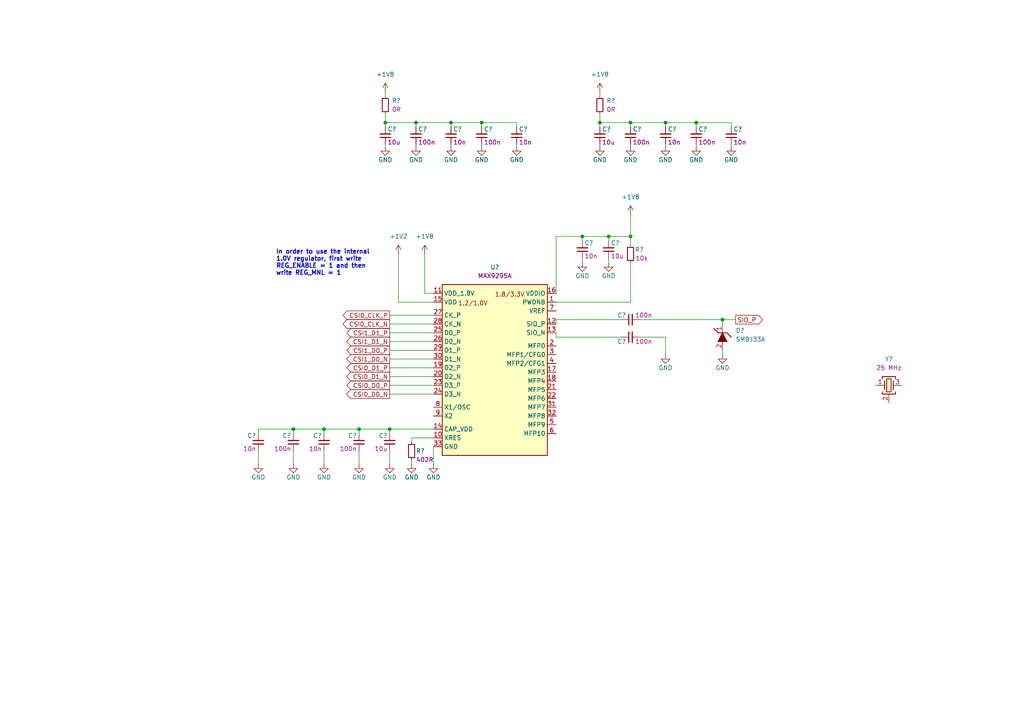
<source format=kicad_sch>
(kicad_sch (version 20211123) (generator eeschema)
  (paper "A4")
  (title_block (title "GSML Serializer ") (date "2023-11-28") (rev "1.0.0") (company "Antmicro Ltd") (comment 1 "www.antmicro.com"))
  (lib_symbols
    (symbol "antmicroCapacitors0402:C_100n_0402" (pin_numbers hide) (pin_names hide)
      (property "Reference" "C" (at 20.32 -5.08 0))
      (property "Val" "100n" (at 20.32 -7.62 0))
      (symbol "C_100n_0402_0_1"
        (polyline (pts (xy 2.032 -1.524) (xy 2.032 1.524)) (stroke (width 0.3048)))
        (polyline (pts (xy 3.048 -1.524) (xy 3.048 1.524)) (stroke (width 0.3302)))
      )
      (symbol "C_100n_0402_1_1"
        (pin passive line (at 0 0 0) (length 2.032) (name "~") (number "1"))
        (pin passive line (at 5.08 0 180) (length 2.032) (name "~") (number "2"))
      )
    )
    (symbol "antmicroCapacitors0402:C_10n_0402" (pin_numbers hide) (pin_names hide)
      (property "Reference" "C" (at 20.32 -5.08 0))
      (property "Val" "10n" (at 20.32 -7.62 0))
      (symbol "C_10n_0402_0_1"
        (polyline (pts (xy 2.032 -1.524) (xy 2.032 1.524)) (stroke (width 0.3048)))
        (polyline (pts (xy 3.048 -1.524) (xy 3.048 1.524)) (stroke (width 0.3302)))
      )
      (symbol "C_10n_0402_1_1"
        (pin passive line (at 0 0 0) (length 2.032) (name "~") (number "1"))
        (pin passive line (at 5.08 0 180) (length 2.032) (name "~") (number "2"))
      )
    )
    (symbol "antmicroCapacitors0402:C_10u_0402" (pin_numbers hide) (pin_names hide)
      (property "Reference" "C" (at 20.32 -5.08 0))
      (property "Val" "10u" (at 20.32 -7.62 0))
      (symbol "C_10u_0402_0_1"
        (polyline (pts (xy 2.032 -1.524) (xy 2.032 1.524)) (stroke (width 0.3048)))
        (polyline (pts (xy 3.048 -1.524) (xy 3.048 1.524)) (stroke (width 0.3302)))
      )
      (symbol "C_10u_0402_1_1"
        (pin passive line (at 0 0 0) (length 2.032) (name "~") (number "1"))
        (pin passive line (at 5.08 0 180) (length 2.032) (name "~") (number "2"))
      )
    )
    (symbol "antmicroInterfaceControllers:MAX9295A"
      (property "Reference" "U" (at 50.8 -2.54 0))
      (property "MPN" "MAX9295A" (at 50.8 -5.08 0))
      (symbol "MAX9295A_1_1"
        (rectangle (start 2.54 2.54) (end 33.02 -46.99) (stroke (width 0.254)) (fill (type background)))
        (text "1.2/1.0V" (at 7.112 -3.556 0) (effects (font (size 1.27 1.27)) (justify left bottom)))
        (text "1.8/3.3V" (at 17.78 -1.016 0) (effects (font (size 1.27 1.27)) (justify left bottom)))
        (pin passive line (at 35.56 -2.54 180) (length 2.54) (name "PWDNB") (number "1"))
        (pin input line (at 0 -41.91 0) (length 2.54) (name "XRES") (number "10"))
        (pin power_in line (at 0 0 0) (length 2.54) (name "VDD_1.8V") (number "11"))
        (pin bidirectional line (at 35.56 -8.89 180) (length 2.54) (name "SIO_P") (number "12"))
        (pin bidirectional line (at 35.56 -11.43 180) (length 2.54) (name "SIO_N") (number "13"))
        (pin passive line (at 0 -39.37 0) (length 2.54) (name "CAP_VDD") (number "14"))
        (pin power_in line (at 0 -2.54 0) (length 2.54) (name "VDD") (number "15"))
        (pin power_in line (at 35.56 0 180) (length 2.54) (name "VDDIO") (number "16"))
        (pin bidirectional line (at 35.56 -22.86 180) (length 2.54) (name "MFP3") (number "17"))
        (pin bidirectional line (at 35.56 -25.4 180) (length 2.54) (name "MFP4") (number "18"))
        (pin input line (at 0 -21.59 0) (length 2.54) (name "D2_P") (number "19"))
        (pin bidirectional line (at 35.56 -15.24 180) (length 2.54) (name "MFP0") (number "2"))
        (pin input line (at 0 -24.13 0) (length 2.54) (name "D2_N") (number "20"))
        (pin bidirectional line (at 35.56 -27.94 180) (length 2.54) (name "MFP5") (number "21"))
        (pin bidirectional line (at 35.56 -30.48 180) (length 2.54) (name "MFP6") (number "22"))
        (pin input line (at 0 -26.67 0) (length 2.54) (name "D3_P") (number "23"))
        (pin input line (at 0 -29.21 0) (length 2.54) (name "D3_N") (number "24"))
        (pin input line (at 0 -11.43 0) (length 2.54) (name "D0_P") (number "25"))
        (pin input line (at 0 -13.97 0) (length 2.54) (name "D0_N") (number "26"))
        (pin input line (at 0 -6.35 0) (length 2.54) (name "CK_P") (number "27"))
        (pin input line (at 0 -8.89 0) (length 2.54) (name "CK_N") (number "28"))
        (pin input line (at 0 -16.51 0) (length 2.54) (name "D1_P") (number "29"))
        (pin bidirectional line (at 35.56 -17.78 180) (length 2.54) (name "MFP1/CFG0") (number "3"))
        (pin input line (at 0 -19.05 0) (length 2.54) (name "D1_N") (number "30"))
        (pin bidirectional line (at 35.56 -33.02 180) (length 2.54) (name "MFP7") (number "31"))
        (pin bidirectional line (at 35.56 -35.56 180) (length 2.54) (name "MFP8") (number "32"))
        (pin passive line (at 0 -44.45 0) (length 2.54) (name "GND") (number "33"))
        (pin bidirectional line (at 35.56 -20.32 180) (length 2.54) (name "MFP2/CFG1") (number "4"))
        (pin bidirectional line (at 35.56 -38.1 180) (length 2.54) (name "MFP9") (number "5"))
        (pin bidirectional line (at 35.56 -40.64 180) (length 2.54) (name "MFP10") (number "6"))
        (pin passive line (at 35.56 -5.08 180) (length 2.54) (name "VREF") (number "7"))
        (pin input line (at 0 -33.02 0) (length 2.54) (name "X1/OSC") (number "8"))
        (pin input line (at 0 -35.56 0) (length 2.54) (name "X2") (number "9"))
      )
    )
    (symbol "antmicroResistors0402:R_0R_0402" (pin_numbers hide) (pin_names hide)
      (property "Reference" "R" (at 20.32 -5.08 0))
      (property "Val" "0R" (at 20.32 -7.62 0))
      (symbol "R_0R_0402_0_1"
        (rectangle (start 0.635 0.889) (end 4.445 -0.889) (stroke (width 0.254)))
      )
      (symbol "R_0R_0402_1_1"
        (pin passive line (at 0 0 0) (length 0.635) (name "~") (number "1"))
        (pin passive line (at 5.08 0 180) (length 0.635) (name "~") (number "2"))
      )
    )
    (symbol "antmicroResistors0402:R_10k_0402" (pin_numbers hide) (pin_names hide)
      (property "Reference" "R" (at 20.32 -5.08 0))
      (property "Val" "10k" (at 20.32 -7.62 0))
      (symbol "R_10k_0402_0_1"
        (rectangle (start 0.635 0.889) (end 4.445 -0.889) (stroke (width 0.254)))
      )
      (symbol "R_10k_0402_1_1"
        (pin passive line (at 0 0 0) (length 0.635) (name "~") (number "1"))
        (pin passive line (at 5.08 0 180) (length 0.635) (name "~") (number "2"))
      )
    )
    (symbol "antmicroResistors0402:R_402R_0402" (pin_numbers hide) (pin_names hide)
      (property "Reference" "R" (at 20.32 -5.08 0))
      (property "Val" "402R" (at 20.32 -7.62 0))
      (symbol "R_402R_0402_0_1"
        (rectangle (start 0.635 0.889) (end 4.445 -0.889) (stroke (width 0.254)))
      )
      (symbol "R_402R_0402_1_1"
        (pin passive line (at 0 0 0) (length 0.635) (name "~") (number "1"))
        (pin passive line (at 5.08 0 180) (length 0.635) (name "~") (number "2"))
      )
    )
    (symbol "antmicroResonators:Resonator_25MHz_ABM8G" (pin_names hide)
      (property "Reference" "Y" (at 15.24 -5.08 0))
      (property "Val" "25 MHz" (at 15.24 -10.16 0))
      (symbol "Resonator_25MHz_ABM8G_1_1"
        (polyline (pts (xy 2.54 1.27) (xy 2.54 -1.27)) (stroke (width 0.254)) (fill (type background)))
        (polyline (pts (xy 5.08 1.27) (xy 5.08 -1.27)) (stroke (width 0.254)) (fill (type background)))
        (polyline (pts (xy 1.905 -1.905) (xy 1.905 -2.54) (xy 5.715 -2.54) (xy 5.715 -1.905)) (stroke (width 0.254)))
        (polyline (pts (xy 1.905 1.905) (xy 1.905 2.54) (xy 5.715 2.54) (xy 5.715 1.905)) (stroke (width 0.254)))
        (rectangle (start 3.175 1.905) (end 4.445 -1.905) (stroke (width 0.254)) (fill (type background)))
        (pin passive line (at 0 0 0) (length 2.54) (name "~") (number "1"))
        (pin passive line (at 3.81 -5.08 90) (length 2.54) (name "SH") (number "2"))
        (pin passive line (at 7.62 0 180) (length 2.54) (name "~") (number "3"))
        (pin passive line (at 3.81 -5.08 90) (length 2.54) hide (name "SH") (number "4"))
      )
    )
    (symbol "antmicroTVSDiodes:SMBJ33A" (pin_names hide)
      (property "Reference" "D" (at 21.59 -2.54 0))
      (property "Value" "SMBJ33A" (at 21.59 -5.08 0))
      (symbol "SMBJ33A_1_1"
        (polyline (pts (xy 2.54 1.27) (xy 2.54 -1.27) (xy 5.08 0) (xy 2.54 1.27)) (stroke (width 0.254)) (fill (type outline)))
        (polyline (pts (xy 6.35 2.54) (xy 5.08 1.27) (xy 5.08 -1.27) (xy 3.81 -2.54)) (stroke (width 0.254)))
        (pin bidirectional line (at 7.62 0 180) (length 2.54) (name "1") (number "1"))
        (pin bidirectional line (at 0 0 0) (length 2.54) (name "2") (number "2"))
      )
    )
    (symbol "antmicropower:+1V2" (power) (pin_names (offset 0))
      (property "Value" "+1V2" (at 0 3.556 0))
      (symbol "+1V2_0_1"
        (polyline (pts (xy -0.762 1.27) (xy 0 2.54)))
        (polyline (pts (xy 0 0) (xy 0 2.54)))
        (polyline (pts (xy 0 2.54) (xy 0.762 1.27)))
      )
      (symbol "+1V2_1_1"
        (pin power_in line (at 0 0 90) (length 0) hide (name "+1V2") (number "1"))
      )
    )
    (symbol "antmicropower:+1V8" (power) (pin_numbers hide) (pin_names hide)
      (property "Value" "+1V8" (at 15.24 -5.08 0))
      (symbol "+1V8_1_1"
        (polyline (pts (xy -0.762 1.27) (xy 0 2.54)) (fill (type background)))
        (polyline (pts (xy 0 0) (xy 0 2.54)) (fill (type background)))
        (polyline (pts (xy 0 2.54) (xy 0.762 1.27)) (fill (type background)))
        (pin power_in line (at 0 0 90) (length 0) (name "+1V8") (number "1"))
      )
    )
    (symbol "antmicropower:GND" (power) (pin_numbers hide) (pin_names hide)
      (property "Value" "GND" (at 8.89 -5.08 0))
      (symbol "GND_1_1"
        (polyline (pts (xy 0 0) (xy 0 -1.27) (xy 1.27 -1.27) (xy 0 -2.54) (xy -1.27 -1.27) (xy 0 -1.27)))
        (pin power_in line (at 0 0 270) (length 0) (name "GND") (number "1"))
      )
    )
  )
  (junction (at 201.93 35.56))
  (junction (at 93.98 124.46))
  (junction (at 182.88 68.58))
  (junction (at 104.14 124.46))
  (junction (at 113.03 124.46))
  (junction (at 120.65 35.56))
  (junction (at 193.04 35.56))
  (junction (at 209.55 92.71))
  (junction (at 168.91 68.58))
  (junction (at 85.09 124.46))
  (junction (at 139.7 35.56))
  (junction (at 176.53 68.58))
  (junction (at 111.76 35.56))
  (junction (at 173.99 35.56))
  (junction (at 130.81 35.56))
  (junction (at 182.88 35.56))
  (wire (pts (xy 193.04 97.79) (xy 193.04 102.87)))
  (wire (pts (xy 130.81 35.56) (xy 139.7 35.56)))
  (wire (pts (xy 85.09 124.46) (xy 74.93 124.46)))
  (wire (pts (xy 113.03 134.62) (xy 113.03 130.81)))
  (wire (pts (xy 182.88 36.83) (xy 182.88 35.56)))
  (wire (pts (xy 125.73 109.22) (xy 113.03 109.22)))
  (wire (pts (xy 209.55 101.6) (xy 209.55 102.87)))
  (wire (pts (xy 185.42 92.71) (xy 209.55 92.71)))
  (wire (pts (xy 168.91 68.58) (xy 176.53 68.58)))
  (wire (pts (xy 201.93 42.545) (xy 201.93 41.91)))
  (wire (pts (xy 123.19 85.09) (xy 125.73 85.09)))
  (wire (pts (xy 125.73 134.62) (xy 125.73 129.54)))
  (wire (pts (xy 130.81 36.83) (xy 130.81 35.56)))
  (wire (pts (xy 113.03 124.46) (xy 125.73 124.46)))
  (wire (pts (xy 85.09 134.62) (xy 85.09 130.81)))
  (wire (pts (xy 125.73 93.98) (xy 113.03 93.98)))
  (wire (pts (xy 111.76 42.545) (xy 111.76 41.91)))
  (wire (pts (xy 125.73 96.52) (xy 113.03 96.52)))
  (wire (pts (xy 139.7 42.545) (xy 139.7 41.91)))
  (wire (pts (xy 209.55 92.71) (xy 213.36 92.71)))
  (wire (pts (xy 115.57 87.63) (xy 125.73 87.63)))
  (wire (pts (xy 125.73 99.06) (xy 113.03 99.06)))
  (wire (pts (xy 212.09 36.83) (xy 212.09 35.56)))
  (wire (pts (xy 149.86 42.545) (xy 149.86 41.91)))
  (wire (pts (xy 168.91 74.93) (xy 168.91 76.2)))
  (wire (pts (xy 119.38 127) (xy 125.73 127)))
  (wire (pts (xy 209.55 93.98) (xy 209.55 92.71)))
  (wire (pts (xy 74.93 125.73) (xy 74.93 124.46)))
  (wire (pts (xy 176.53 74.93) (xy 176.53 76.2)))
  (wire (pts (xy 119.38 133.35) (xy 119.38 134.62)))
  (wire (pts (xy 176.53 69.85) (xy 176.53 68.58)))
  (wire (pts (xy 104.14 124.46) (xy 93.98 124.46)))
  (wire (pts (xy 161.29 68.58) (xy 161.29 85.09)))
  (wire (pts (xy 125.73 91.44) (xy 113.03 91.44)))
  (wire (pts (xy 125.73 104.14) (xy 113.03 104.14)))
  (wire (pts (xy 104.14 125.73) (xy 104.14 124.46)))
  (wire (pts (xy 161.29 92.71) (xy 180.34 92.71)))
  (wire (pts (xy 185.42 97.79) (xy 193.04 97.79)))
  (wire (pts (xy 173.99 42.545) (xy 173.99 41.91)))
  (wire (pts (xy 161.29 97.79) (xy 161.29 96.52)))
  (wire (pts (xy 201.93 36.83) (xy 201.93 35.56)))
  (wire (pts (xy 182.88 76.2) (xy 182.88 87.63)))
  (wire (pts (xy 161.29 92.71) (xy 161.29 93.98)))
  (wire (pts (xy 161.29 68.58) (xy 168.91 68.58)))
  (wire (pts (xy 119.38 128.27) (xy 119.38 127)))
  (wire (pts (xy 125.73 101.6) (xy 113.03 101.6)))
  (wire (pts (xy 139.7 35.56) (xy 149.86 35.56)))
  (wire (pts (xy 111.76 35.56) (xy 111.76 36.83)))
  (wire (pts (xy 193.04 36.83) (xy 193.04 35.56)))
  (wire (pts (xy 104.14 134.62) (xy 104.14 130.81)))
  (wire (pts (xy 93.98 124.46) (xy 85.09 124.46)))
  (wire (pts (xy 149.86 36.83) (xy 149.86 35.56)))
  (wire (pts (xy 74.93 134.62) (xy 74.93 130.81)))
  (wire (pts (xy 111.76 35.56) (xy 120.65 35.56)))
  (wire (pts (xy 176.53 68.58) (xy 182.88 68.58)))
  (wire (pts (xy 111.76 33.02) (xy 111.76 35.56)))
  (wire (pts (xy 120.65 42.545) (xy 120.65 41.91)))
  (wire (pts (xy 212.09 42.545) (xy 212.09 41.91)))
  (wire (pts (xy 182.88 35.56) (xy 193.04 35.56)))
  (wire (pts (xy 125.73 106.68) (xy 113.03 106.68)))
  (wire (pts (xy 182.88 42.545) (xy 182.88 41.91)))
  (wire (pts (xy 113.03 125.73) (xy 113.03 124.46)))
  (wire (pts (xy 173.99 35.56) (xy 173.99 36.83)))
  (wire (pts (xy 139.7 36.83) (xy 139.7 35.56)))
  (wire (pts (xy 161.29 87.63) (xy 182.88 87.63)))
  (wire (pts (xy 130.81 42.545) (xy 130.81 41.91)))
  (wire (pts (xy 125.73 111.76) (xy 113.03 111.76)))
  (wire (pts (xy 173.99 26.67) (xy 173.99 27.94)))
  (wire (pts (xy 123.19 73.66) (xy 123.19 85.09)))
  (wire (pts (xy 85.09 125.73) (xy 85.09 124.46)))
  (wire (pts (xy 93.98 125.73) (xy 93.98 124.46)))
  (wire (pts (xy 93.98 134.62) (xy 93.98 130.81)))
  (wire (pts (xy 173.99 35.56) (xy 182.88 35.56)))
  (wire (pts (xy 173.99 33.02) (xy 173.99 35.56)))
  (wire (pts (xy 193.04 35.56) (xy 201.93 35.56)))
  (wire (pts (xy 201.93 35.56) (xy 212.09 35.56)))
  (wire (pts (xy 113.03 124.46) (xy 104.14 124.46)))
  (wire (pts (xy 180.34 97.79) (xy 161.29 97.79)))
  (wire (pts (xy 115.57 73.66) (xy 115.57 87.63)))
  (wire (pts (xy 111.76 26.67) (xy 111.76 27.94)))
  (wire (pts (xy 125.73 114.3) (xy 113.03 114.3)))
  (wire (pts (xy 182.88 68.58) (xy 182.88 62.23)))
  (wire (pts (xy 120.65 35.56) (xy 130.81 35.56)))
  (wire (pts (xy 168.91 69.85) (xy 168.91 68.58)))
  (wire (pts (xy 120.65 36.83) (xy 120.65 35.56)))
  (wire (pts (xy 193.04 42.545) (xy 193.04 41.91)))
  (wire (pts (xy 182.88 68.58) (xy 182.88 71.12)))
  (text "In order to use the internal\n1.0V regulator, first write \nREG_ENABLE = 1 and then \nwrite REG_MNL = 1" (at 80.01 80.01 0) (effects (font (size 1.27 1.27) bold) (justify left bottom)))
  (global_label "SIO_P" (shape output) (at 213.36 92.71 0) (property "Intersheet References" "${INTERSHEET_REFS}" (effects hide)))
  (global_label "CSI0_D0_P" (shape output) (at 113.03 111.76 180) (property "Intersheet References" "${INTERSHEET_REFS}" (effects hide)))
  (global_label "CSI0_D1_P" (shape output) (at 113.03 106.68 180) (property "Intersheet References" "${INTERSHEET_REFS}" (effects hide)))
  (global_label "CSI0_CLK_N" (shape output) (at 113.03 93.98 180) (property "Intersheet References" "${INTERSHEET_REFS}" (effects hide)))
  (global_label "CSI0_D1_N" (shape output) (at 113.03 109.22 180) (property "Intersheet References" "${INTERSHEET_REFS}" (effects hide)))
  (global_label "CSI0_D0_N" (shape output) (at 113.03 114.3 180) (property "Intersheet References" "${INTERSHEET_REFS}" (effects hide)))
  (global_label "CSI1_D1_P" (shape output) (at 113.03 96.52 180) (property "Intersheet References" "${INTERSHEET_REFS}" (effects hide)))
  (global_label "CSI1_D0_N" (shape output) (at 113.03 104.14 180) (property "Intersheet References" "${INTERSHEET_REFS}" (effects hide)))
  (global_label "CSI1_D1_N" (shape output) (at 113.03 99.06 180) (property "Intersheet References" "${INTERSHEET_REFS}" (effects hide)))
  (global_label "CSI1_D0_P" (shape output) (at 113.03 101.6 180) (property "Intersheet References" "${INTERSHEET_REFS}" (effects hide)))
  (global_label "CSI0_CLK_P" (shape output) (at 113.03 91.44 180) (property "Intersheet References" "${INTERSHEET_REFS}" (effects hide)))
  (symbol (lib_id "antmicroCapacitors0402:C_100n_0402") (at 85.09 130.81 270) (mirror x) (unit 1)
    (property "Reference" "C?" (at 84.455 126.365 90) (effects (justify right)))
    (property "Value" "C_100n_0402" (effects hide))
    (property "Footprint" "antmicro-footprints:C_0402_1005Metric" (effects hide))
    (property "Datasheet" "https://www.murata.com/products/productdetail?partno=GRM155R61H104KE14%23" (effects hide))
    (property "MPN" "GRM155R61H104KE14D" (effects hide))
    (property "Manufacturer" "Murata" (effects hide))
    (property "License" "Apache-2.0" (effects hide))
    (property "Author" "Antmicro" (effects hide))
    (property "Val" "100n" (at 84.455 130.175 90) (effects (justify right)))
    (property "Voltage" "50V" (effects hide))
    (property "Dielectric" "X5R" (effects hide))
  )
  (symbol (lib_id "antmicroCapacitors0402:C_10u_0402") (at 111.76 41.91 90) (unit 1)
    (property "Reference" "C?" (at 112.395 37.465 90) (effects (justify right)))
    (property "Value" "C_10u_0402" (effects hide))
    (property "Footprint" "antmicro-footprints:C_0402_1005Metric" (effects hide))
    (property "Datasheet" "https://www.yageo.com/en/Chart/Download/pdf/CC0402MRX5R5BB106" (effects hide))
    (property "MPN" "CC0402MRX5R5BB106" (effects hide))
    (property "Manufacturer" "YAGEO" (effects hide))
    (property "License" "Apache-2.0" (effects hide))
    (property "Author" "Antmicro" (effects hide))
    (property "Val" "10u" (at 112.395 41.275 90) (effects (justify right)))
  )
  (symbol (lib_id "antmicroResonators:Resonator_25MHz_ABM8G") (at 254 111.76 0) (unit 1)
    (property "Reference" "Y?" (at 257.81 104.14 0))
    (property "Value" "Resonator_25MHz_ABM8G" (effects hide))
    (property "Footprint" "antmicro-footprints:Oscillator_SMD_Geyer_KX-7-4Pin_3.2x2.5mm" (effects hide))
    (property "Datasheet" "https://abracon.com/Resonators/ABM8G.pdf" (effects hide))
    (property "MPN" "ABM8G-25.000MHZ-18-D2Y-T3" (effects hide))
    (property "Manufacturer" "Abracon" (effects hide))
    (property "Author" "Antmicro" (effects hide))
    (property "License" "Apache-2.0" (effects hide))
    (property "Val" "25 MHz" (at 257.81 106.68 0))
  )
  (symbol (lib_id "antmicroCapacitors0402:C_100n_0402") (at 180.34 92.71 0) (unit 1)
    (property "Reference" "C?" (at 180.34 91.44 0))
    (property "Value" "C_100n_0402" (effects hide))
    (property "Footprint" "antmicro-footprints:C_0402_1005Metric" (effects hide))
    (property "Datasheet" "https://www.murata.com/products/productdetail?partno=GRM155R61H104KE14%23" (effects hide))
    (property "MPN" "GRM155R61H104KE14D" (effects hide))
    (property "Manufacturer" "Murata" (effects hide))
    (property "License" "Apache-2.0" (effects hide))
    (property "Author" "Antmicro" (effects hide))
    (property "Val" "100n" (at 186.69 91.44 0))
    (property "Voltage" "50V" (effects hide))
    (property "Dielectric" "X5R" (effects hide))
  )
  (symbol (lib_id "antmicropower:+1V8") (at 111.76 26.67 0) (unit 1)
    (property "Reference" "#PWR?" (effects hide))
    (property "Value" "+1V8" (at 111.76 21.59 0))
    (property "Author" "Antmicro" (effects hide))
    (property "License" "Apache-2.0" (effects hide))
  )
  (symbol (lib_id "antmicropower:GND") (at 93.98 134.62 0) (mirror y) (unit 1)
    (property "Reference" "#PWR?" (effects hide))
    (property "Value" "GND" (at 93.98 138.43 0))
    (property "Author" "Antmicro" (effects hide))
    (property "License" "Apache-2.0" (effects hide))
  )
  (symbol (lib_id "antmicropower:GND") (at 111.76 42.545 0) (unit 1)
    (property "Reference" "#PWR?" (effects hide))
    (property "Value" "GND" (at 111.76 46.355 0))
    (property "Author" "Antmicro" (effects hide))
    (property "License" "Apache-2.0" (effects hide))
  )
  (symbol (lib_id "antmicroInterfaceControllers:MAX9295A") (at 125.73 85.09 0) (unit 1)
    (property "Reference" "U?" (at 143.51 77.47 0))
    (property "Value" "MAX9295A" (effects hide))
    (property "Footprint" "antmicro-footprints:QFN-32-1EP_5x5mm" (effects hide))
    (property "Datasheet" "https://www.analog.com/en/product-category/gigabit-multimedia-serial-link.html" (effects hide))
    (property "MPN" "MAX9295A" (at 143.51 80.01 0))
    (property "Manufacturer" "Maxim Integrated Products" (effects hide))
    (property "Author" "Antmicro" (effects hide))
    (property "License" "Apache-2.0" (effects hide))
  )
  (symbol (lib_id "antmicropower:GND") (at 113.03 134.62 0) (mirror y) (unit 1)
    (property "Reference" "#PWR?" (effects hide))
    (property "Value" "GND" (at 113.03 138.43 0))
    (property "Author" "Antmicro" (effects hide))
    (property "License" "Apache-2.0" (effects hide))
  )
  (symbol (lib_id "antmicroCapacitors0402:C_10n_0402") (at 212.09 41.91 90) (unit 1)
    (property "Reference" "C?" (at 212.725 37.465 90) (effects (justify right)))
    (property "Value" "C_10n_0402" (effects hide))
    (property "Footprint" "antmicro-footprints:C_0402_1005Metric" (effects hide))
    (property "Datasheet" "https://www.murata.com/products/productdetail?partno=GRM155R71H103KA88%23" (effects hide))
    (property "MPN" "GRM155R71H103KA88D" (effects hide))
    (property "Manufacturer" "Murata" (effects hide))
    (property "License" "Apache-2.0" (effects hide))
    (property "Author" "Antmicro" (effects hide))
    (property "Val" "10n" (at 212.725 41.275 90) (effects (justify right)))
    (property "Voltage" "50V" (effects hide))
    (property "Dielectric" "X7R" (effects hide))
  )
  (symbol (lib_id "antmicropower:GND") (at 193.04 102.87 0) (mirror y) (unit 1)
    (property "Reference" "#PWR?" (effects hide))
    (property "Value" "GND" (at 193.04 106.68 0))
    (property "Author" "Antmicro" (effects hide))
    (property "License" "Apache-2.0" (effects hide))
  )
  (symbol (lib_id "antmicroCapacitors0402:C_10u_0402") (at 173.99 41.91 90) (unit 1)
    (property "Reference" "C?" (at 174.625 37.465 90) (effects (justify right)))
    (property "Value" "C_10u_0402" (effects hide))
    (property "Footprint" "antmicro-footprints:C_0402_1005Metric" (effects hide))
    (property "Datasheet" "https://www.yageo.com/en/Chart/Download/pdf/CC0402MRX5R5BB106" (effects hide))
    (property "MPN" "CC0402MRX5R5BB106" (effects hide))
    (property "Manufacturer" "YAGEO" (effects hide))
    (property "License" "Apache-2.0" (effects hide))
    (property "Author" "Antmicro" (effects hide))
    (property "Val" "10u" (at 174.625 41.275 90) (effects (justify right)))
  )
  (symbol (lib_id "antmicropower:GND") (at 125.73 134.62 0) (mirror y) (unit 1)
    (property "Reference" "#PWR?" (effects hide))
    (property "Value" "GND" (at 125.73 138.43 0))
    (property "Author" "Antmicro" (effects hide))
    (property "License" "Apache-2.0" (effects hide))
  )
  (symbol (lib_id "antmicroCapacitors0402:C_10n_0402") (at 74.93 130.81 270) (mirror x) (unit 1)
    (property "Reference" "C?" (at 74.295 126.365 90) (effects (justify right)))
    (property "Value" "C_10n_0402" (effects hide))
    (property "Footprint" "antmicro-footprints:C_0402_1005Metric" (effects hide))
    (property "Datasheet" "https://www.murata.com/products/productdetail?partno=GRM155R71H103KA88%23" (effects hide))
    (property "MPN" "GRM155R71H103KA88D" (effects hide))
    (property "Manufacturer" "Murata" (effects hide))
    (property "License" "Apache-2.0" (effects hide))
    (property "Author" "Antmicro" (effects hide))
    (property "Val" "10n" (at 74.295 130.175 90) (effects (justify right)))
    (property "Voltage" "50V" (effects hide))
    (property "Dielectric" "X7R" (effects hide))
  )
  (symbol (lib_id "antmicropower:GND") (at 139.7 42.545 0) (unit 1)
    (property "Reference" "#PWR?" (effects hide))
    (property "Value" "GND" (at 139.7 46.355 0))
    (property "Author" "Antmicro" (effects hide))
    (property "License" "Apache-2.0" (effects hide))
  )
  (symbol (lib_id "antmicroCapacitors0402:C_10n_0402") (at 168.91 74.93 90) (unit 1)
    (property "Reference" "C?" (at 169.545 70.485 90) (effects (justify right)))
    (property "Value" "C_10n_0402" (effects hide))
    (property "Footprint" "antmicro-footprints:C_0402_1005Metric" (effects hide))
    (property "Datasheet" "https://www.murata.com/products/productdetail?partno=GRM155R71H103KA88%23" (effects hide))
    (property "MPN" "GRM155R71H103KA88D" (effects hide))
    (property "Manufacturer" "Murata" (effects hide))
    (property "License" "Apache-2.0" (effects hide))
    (property "Author" "Antmicro" (effects hide))
    (property "Val" "10n" (at 169.545 74.295 90) (effects (justify right)))
    (property "Voltage" "50V" (effects hide))
    (property "Dielectric" "X7R" (effects hide))
  )
  (symbol (lib_id "antmicroCapacitors0402:C_100n_0402") (at 120.65 41.91 90) (unit 1)
    (property "Reference" "C?" (at 121.285 37.465 90) (effects (justify right)))
    (property "Value" "C_100n_0402" (effects hide))
    (property "Footprint" "antmicro-footprints:C_0402_1005Metric" (effects hide))
    (property "Datasheet" "https://www.murata.com/products/productdetail?partno=GRM155R61H104KE14%23" (effects hide))
    (property "MPN" "GRM155R61H104KE14D" (effects hide))
    (property "Manufacturer" "Murata" (effects hide))
    (property "License" "Apache-2.0" (effects hide))
    (property "Author" "Antmicro" (effects hide))
    (property "Val" "100n" (at 121.285 41.275 90) (effects (justify right)))
    (property "Voltage" "50V" (effects hide))
    (property "Dielectric" "X5R" (effects hide))
  )
  (symbol (lib_id "antmicropower:GND") (at 120.65 42.545 0) (unit 1)
    (property "Reference" "#PWR?" (effects hide))
    (property "Value" "GND" (at 120.65 46.355 0))
    (property "Author" "Antmicro" (effects hide))
    (property "License" "Apache-2.0" (effects hide))
  )
  (symbol (lib_id "antmicropower:GND") (at 182.88 42.545 0) (unit 1)
    (property "Reference" "#PWR?" (effects hide))
    (property "Value" "GND" (at 182.88 46.355 0))
    (property "Author" "Antmicro" (effects hide))
    (property "License" "Apache-2.0" (effects hide))
  )
  (symbol (lib_id "antmicroCapacitors0402:C_10n_0402") (at 130.81 41.91 90) (unit 1)
    (property "Reference" "C?" (at 131.445 37.465 90) (effects (justify right)))
    (property "Value" "C_10n_0402" (effects hide))
    (property "Footprint" "antmicro-footprints:C_0402_1005Metric" (effects hide))
    (property "Datasheet" "https://www.murata.com/products/productdetail?partno=GRM155R71H103KA88%23" (effects hide))
    (property "MPN" "GRM155R71H103KA88D" (effects hide))
    (property "Manufacturer" "Murata" (effects hide))
    (property "License" "Apache-2.0" (effects hide))
    (property "Author" "Antmicro" (effects hide))
    (property "Val" "10n" (at 131.445 41.275 90) (effects (justify right)))
    (property "Voltage" "50V" (effects hide))
    (property "Dielectric" "X7R" (effects hide))
  )
  (symbol (lib_id "antmicroCapacitors0402:C_100n_0402") (at 104.14 130.81 270) (mirror x) (unit 1)
    (property "Reference" "C?" (at 103.505 126.365 90) (effects (justify right)))
    (property "Value" "C_100n_0402" (effects hide))
    (property "Footprint" "antmicro-footprints:C_0402_1005Metric" (effects hide))
    (property "Datasheet" "https://www.murata.com/products/productdetail?partno=GRM155R61H104KE14%23" (effects hide))
    (property "MPN" "GRM155R61H104KE14D" (effects hide))
    (property "Manufacturer" "Murata" (effects hide))
    (property "License" "Apache-2.0" (effects hide))
    (property "Author" "Antmicro" (effects hide))
    (property "Val" "100n" (at 103.505 130.175 90) (effects (justify right)))
    (property "Voltage" "50V" (effects hide))
    (property "Dielectric" "X5R" (effects hide))
  )
  (symbol (lib_id "antmicropower:+1V2") (at 115.57 73.66 0) (unit 1)
    (property "Reference" "#PWR?" (effects hide))
    (property "Value" "+1V2" (at 115.57 68.58 0))
  )
  (symbol (lib_id "antmicropower:GND") (at 119.38 134.62 0) (mirror y) (unit 1)
    (property "Reference" "#PWR?" (effects hide))
    (property "Value" "GND" (at 119.38 138.43 0))
    (property "Author" "Antmicro" (effects hide))
    (property "License" "Apache-2.0" (effects hide))
  )
  (symbol (lib_id "antmicropower:GND") (at 209.55 102.87 0) (mirror y) (unit 1)
    (property "Reference" "#PWR?" (effects hide))
    (property "Value" "GND" (at 209.55 106.68 0))
    (property "Author" "Antmicro" (effects hide))
    (property "License" "Apache-2.0" (effects hide))
  )
  (symbol (lib_id "antmicroCapacitors0402:C_100n_0402") (at 182.88 41.91 90) (unit 1)
    (property "Reference" "C?" (at 183.515 37.465 90) (effects (justify right)))
    (property "Value" "C_100n_0402" (effects hide))
    (property "Footprint" "antmicro-footprints:C_0402_1005Metric" (effects hide))
    (property "Datasheet" "https://www.murata.com/products/productdetail?partno=GRM155R61H104KE14%23" (effects hide))
    (property "MPN" "GRM155R61H104KE14D" (effects hide))
    (property "Manufacturer" "Murata" (effects hide))
    (property "License" "Apache-2.0" (effects hide))
    (property "Author" "Antmicro" (effects hide))
    (property "Val" "100n" (at 183.515 41.275 90) (effects (justify right)))
    (property "Voltage" "50V" (effects hide))
    (property "Dielectric" "X5R" (effects hide))
  )
  (symbol (lib_id "antmicropower:+1V8") (at 123.19 73.66 0) (unit 1)
    (property "Reference" "#PWR?" (effects hide))
    (property "Value" "+1V8" (at 123.19 68.58 0))
    (property "Author" "Antmicro" (effects hide))
    (property "License" "Apache-2.0" (effects hide))
  )
  (symbol (lib_id "antmicroCapacitors0402:C_100n_0402") (at 139.7 41.91 90) (unit 1)
    (property "Reference" "C?" (at 140.335 37.465 90) (effects (justify right)))
    (property "Value" "C_100n_0402" (effects hide))
    (property "Footprint" "antmicro-footprints:C_0402_1005Metric" (effects hide))
    (property "Datasheet" "https://www.murata.com/products/productdetail?partno=GRM155R61H104KE14%23" (effects hide))
    (property "MPN" "GRM155R61H104KE14D" (effects hide))
    (property "Manufacturer" "Murata" (effects hide))
    (property "License" "Apache-2.0" (effects hide))
    (property "Author" "Antmicro" (effects hide))
    (property "Val" "100n" (at 140.335 41.275 90) (effects (justify right)))
    (property "Voltage" "50V" (effects hide))
    (property "Dielectric" "X5R" (effects hide))
  )
  (symbol (lib_id "antmicroCapacitors0402:C_100n_0402") (at 201.93 41.91 90) (unit 1)
    (property "Reference" "C?" (at 202.565 37.465 90) (effects (justify right)))
    (property "Value" "C_100n_0402" (effects hide))
    (property "Footprint" "antmicro-footprints:C_0402_1005Metric" (effects hide))
    (property "Datasheet" "https://www.murata.com/products/productdetail?partno=GRM155R61H104KE14%23" (effects hide))
    (property "MPN" "GRM155R61H104KE14D" (effects hide))
    (property "Manufacturer" "Murata" (effects hide))
    (property "License" "Apache-2.0" (effects hide))
    (property "Author" "Antmicro" (effects hide))
    (property "Val" "100n" (at 202.565 41.275 90) (effects (justify right)))
    (property "Voltage" "50V" (effects hide))
    (property "Dielectric" "X5R" (effects hide))
  )
  (symbol (lib_id "antmicroCapacitors0402:C_10u_0402") (at 176.53 74.93 90) (unit 1)
    (property "Reference" "C?" (at 177.165 70.485 90) (effects (justify right)))
    (property "Value" "C_10u_0402" (effects hide))
    (property "Footprint" "antmicro-footprints:C_0402_1005Metric" (effects hide))
    (property "Datasheet" "https://www.yageo.com/en/Chart/Download/pdf/CC0402MRX5R5BB106" (effects hide))
    (property "MPN" "CC0402MRX5R5BB106" (effects hide))
    (property "Manufacturer" "YAGEO" (effects hide))
    (property "License" "Apache-2.0" (effects hide))
    (property "Author" "Antmicro" (effects hide))
    (property "Val" "10u" (at 177.165 74.295 90) (effects (justify right)))
  )
  (symbol (lib_id "antmicroCapacitors0402:C_10n_0402") (at 93.98 130.81 270) (mirror x) (unit 1)
    (property "Reference" "C?" (at 93.345 126.365 90) (effects (justify right)))
    (property "Value" "C_10n_0402" (effects hide))
    (property "Footprint" "antmicro-footprints:C_0402_1005Metric" (effects hide))
    (property "Datasheet" "https://www.murata.com/products/productdetail?partno=GRM155R71H103KA88%23" (effects hide))
    (property "MPN" "GRM155R71H103KA88D" (effects hide))
    (property "Manufacturer" "Murata" (effects hide))
    (property "License" "Apache-2.0" (effects hide))
    (property "Author" "Antmicro" (effects hide))
    (property "Val" "10n" (at 93.345 130.175 90) (effects (justify right)))
    (property "Voltage" "50V" (effects hide))
    (property "Dielectric" "X7R" (effects hide))
  )
  (symbol (lib_id "antmicropower:GND") (at 85.09 134.62 0) (mirror y) (unit 1)
    (property "Reference" "#PWR?" (effects hide))
    (property "Value" "GND" (at 85.09 138.43 0))
    (property "Author" "Antmicro" (effects hide))
    (property "License" "Apache-2.0" (effects hide))
  )
  (symbol (lib_id "antmicropower:+1V8") (at 173.99 26.67 0) (unit 1)
    (property "Reference" "#PWR?" (effects hide))
    (property "Value" "+1V8" (at 173.99 21.59 0))
    (property "Author" "Antmicro" (effects hide))
    (property "License" "Apache-2.0" (effects hide))
  )
  (symbol (lib_id "antmicropower:GND") (at 201.93 42.545 0) (unit 1)
    (property "Reference" "#PWR?" (effects hide))
    (property "Value" "GND" (at 201.93 46.355 0))
    (property "Author" "Antmicro" (effects hide))
    (property "License" "Apache-2.0" (effects hide))
  )
  (symbol (lib_id "antmicroResistors0402:R_0R_0402") (at 111.76 33.02 90) (unit 1)
    (property "Reference" "R?" (at 113.665 29.21 90) (effects (justify right)))
    (property "Value" "R_0R_0402" (effects hide))
    (property "Footprint" "antmicro-footprints:R_0402_1005Metric" (effects hide))
    (property "Datasheet" "https://industrial.panasonic.com/cdbs/www-data/pdf/RDA0000/AOA0000C301.pdf" (effects hide))
    (property "MPN" "ERJ2GE0R00X" (effects hide))
    (property "Manufacturer" "Panasonic" (effects hide))
    (property "License" "Apache-2.0" (effects hide))
    (property "Author" "Antmicro" (effects hide))
    (property "Val" "0R" (at 113.665 31.75 90) (effects (justify right)))
    (property "Current" "1A" (effects hide))
  )
  (symbol (lib_id "antmicroTVSDiodes:SMBJ33A") (at 209.55 101.6 90) (unit 1)
    (property "Reference" "D?" (at 213.36 95.8849 90) (effects (justify right)))
    (property "Value" "SMBJ33A" (at 213.36 98.4249 90) (effects (justify right)))
    (property "Footprint" "antmicro-footprints:D_SMB" (effects hide))
    (property "Datasheet" "https://www.mouser.com/datasheet/2/408/DF2S30FS_datasheet_en_20211216-1916197.pdf" (effects hide))
    (property "Manufacturer" "Littelfuse" (effects hide))
    (property "MPN" "SMBJ33A" (effects hide))
    (property "Author" "Antmicro" (effects hide))
    (property "License" "Apache-2.0" (effects hide))
  )
  (symbol (lib_id "antmicropower:GND") (at 149.86 42.545 0) (unit 1)
    (property "Reference" "#PWR?" (effects hide))
    (property "Value" "GND" (at 149.86 46.355 0))
    (property "Author" "Antmicro" (effects hide))
    (property "License" "Apache-2.0" (effects hide))
  )
  (symbol (lib_id "antmicroResistors0402:R_402R_0402") (at 119.38 133.35 90) (unit 1)
    (property "Reference" "R?" (at 120.65 130.81 90) (effects (justify right)))
    (property "Value" "R_402R_0402" (effects hide))
    (property "Footprint" "antmicro-footprints:R_0402_1005Metric" (effects hide))
    (property "Datasheet" "https://www.mouser.com/datasheet/2/54/cr-1858361.pdf" (effects hide))
    (property "MPN" "CR0402-FX-4020GLF" (effects hide))
    (property "Manufacturer" "Vishay" (effects hide))
    (property "License" "Apache-2.0" (effects hide))
    (property "Author" "Antmicro" (effects hide))
    (property "Val" "402R" (at 120.65 133.35 90) (effects (justify right)))
    (property "Tolerance" "1%" (effects hide))
  )
  (symbol (lib_id "antmicroCapacitors0402:C_100n_0402") (at 180.34 97.79 0) (unit 1)
    (property "Reference" "C?" (at 180.34 99.06 0))
    (property "Value" "C_100n_0402" (effects hide))
    (property "Footprint" "antmicro-footprints:C_0402_1005Metric" (effects hide))
    (property "Datasheet" "https://www.murata.com/products/productdetail?partno=GRM155R61H104KE14%23" (effects hide))
    (property "MPN" "GRM155R61H104KE14D" (effects hide))
    (property "Manufacturer" "Murata" (effects hide))
    (property "License" "Apache-2.0" (effects hide))
    (property "Author" "Antmicro" (effects hide))
    (property "Val" "100n" (at 186.69 99.06 0))
    (property "Voltage" "50V" (effects hide))
    (property "Dielectric" "X5R" (effects hide))
  )
  (symbol (lib_id "antmicropower:GND") (at 212.09 42.545 0) (unit 1)
    (property "Reference" "#PWR?" (effects hide))
    (property "Value" "GND" (at 212.09 46.355 0))
    (property "Author" "Antmicro" (effects hide))
    (property "License" "Apache-2.0" (effects hide))
  )
  (symbol (lib_id "antmicropower:GND") (at 176.53 76.2 0) (mirror y) (unit 1)
    (property "Reference" "#PWR?" (effects hide))
    (property "Value" "GND" (at 176.53 80.01 0))
    (property "Author" "Antmicro" (effects hide))
    (property "License" "Apache-2.0" (effects hide))
  )
  (symbol (lib_id "antmicroCapacitors0402:C_10n_0402") (at 149.86 41.91 90) (unit 1)
    (property "Reference" "C?" (at 150.495 37.465 90) (effects (justify right)))
    (property "Value" "C_10n_0402" (effects hide))
    (property "Footprint" "antmicro-footprints:C_0402_1005Metric" (effects hide))
    (property "Datasheet" "https://www.murata.com/products/productdetail?partno=GRM155R71H103KA88%23" (effects hide))
    (property "MPN" "GRM155R71H103KA88D" (effects hide))
    (property "Manufacturer" "Murata" (effects hide))
    (property "License" "Apache-2.0" (effects hide))
    (property "Author" "Antmicro" (effects hide))
    (property "Val" "10n" (at 150.495 41.275 90) (effects (justify right)))
    (property "Voltage" "50V" (effects hide))
    (property "Dielectric" "X7R" (effects hide))
  )
  (symbol (lib_id "antmicropower:GND") (at 130.81 42.545 0) (unit 1)
    (property "Reference" "#PWR?" (effects hide))
    (property "Value" "GND" (at 130.81 46.355 0))
    (property "Author" "Antmicro" (effects hide))
    (property "License" "Apache-2.0" (effects hide))
  )
  (symbol (lib_id "antmicropower:GND") (at 74.93 134.62 0) (mirror y) (unit 1)
    (property "Reference" "#PWR?" (effects hide))
    (property "Value" "GND" (at 74.93 138.43 0))
    (property "Author" "Antmicro" (effects hide))
    (property "License" "Apache-2.0" (effects hide))
  )
  (symbol (lib_id "antmicropower:+1V8") (at 182.88 62.23 0) (unit 1)
    (property "Reference" "#PWR?" (effects hide))
    (property "Value" "+1V8" (at 182.88 57.15 0))
    (property "Author" "Antmicro" (effects hide))
    (property "License" "Apache-2.0" (effects hide))
  )
  (symbol (lib_id "antmicroResistors0402:R_0R_0402") (at 173.99 33.02 90) (unit 1)
    (property "Reference" "R?" (at 175.895 29.21 90) (effects (justify right)))
    (property "Value" "R_0R_0402" (effects hide))
    (property "Footprint" "antmicro-footprints:R_0402_1005Metric" (effects hide))
    (property "Datasheet" "https://industrial.panasonic.com/cdbs/www-data/pdf/RDA0000/AOA0000C301.pdf" (effects hide))
    (property "MPN" "ERJ2GE0R00X" (effects hide))
    (property "Manufacturer" "Panasonic" (effects hide))
    (property "License" "Apache-2.0" (effects hide))
    (property "Author" "Antmicro" (effects hide))
    (property "Val" "0R" (at 175.895 31.75 90) (effects (justify right)))
    (property "Current" "1A" (effects hide))
  )
  (symbol (lib_id "antmicropower:GND") (at 193.04 42.545 0) (unit 1)
    (property "Reference" "#PWR?" (effects hide))
    (property "Value" "GND" (at 193.04 46.355 0))
    (property "Author" "Antmicro" (effects hide))
    (property "License" "Apache-2.0" (effects hide))
  )
  (symbol (lib_id "antmicropower:GND") (at 168.91 76.2 0) (mirror y) (unit 1)
    (property "Reference" "#PWR?" (effects hide))
    (property "Value" "GND" (at 168.91 80.01 0))
    (property "Author" "Antmicro" (effects hide))
    (property "License" "Apache-2.0" (effects hide))
  )
  (symbol (lib_id "antmicropower:GND") (at 173.99 42.545 0) (unit 1)
    (property "Reference" "#PWR?" (effects hide))
    (property "Value" "GND" (at 173.99 46.355 0))
    (property "Author" "Antmicro" (effects hide))
    (property "License" "Apache-2.0" (effects hide))
  )
  (symbol (lib_id "antmicroResistors0402:R_10k_0402") (at 182.88 71.12 270) (unit 1)
    (property "Reference" "R?" (at 186.69 72.39 90) (effects (justify right)))
    (property "Value" "R_10k_0402" (effects hide))
    (property "Footprint" "antmicro-footprints:R_0402_1005Metric" (effects hide))
    (property "Datasheet" "https://www.bourns.com/docs/product-datasheets/cr.pdf" (effects hide))
    (property "MPN" "CR0402-FX-1002GLF" (effects hide))
    (property "Manufacturer" "Bourns" (effects hide))
    (property "License" "Apache-2.0" (effects hide))
    (property "Author" "Antmicro" (effects hide))
    (property "Val" "10k" (at 187.96 74.93 90) (effects (justify right)))
    (property "Tolerance" "1%" (effects hide))
  )
  (symbol (lib_id "antmicropower:GND") (at 104.14 134.62 0) (mirror y) (unit 1)
    (property "Reference" "#PWR?" (effects hide))
    (property "Value" "GND" (at 104.14 138.43 0))
    (property "Author" "Antmicro" (effects hide))
    (property "License" "Apache-2.0" (effects hide))
  )
  (symbol (lib_id "antmicroCapacitors0402:C_10u_0402") (at 113.03 130.81 270) (mirror x) (unit 1)
    (property "Reference" "C?" (at 112.395 126.365 90) (effects (justify right)))
    (property "Value" "C_10u_0402" (effects hide))
    (property "Footprint" "antmicro-footprints:C_0402_1005Metric" (effects hide))
    (property "Datasheet" "https://www.yageo.com/en/Chart/Download/pdf/CC0402MRX5R5BB106" (effects hide))
    (property "MPN" "CC0402MRX5R5BB106" (effects hide))
    (property "Manufacturer" "YAGEO" (effects hide))
    (property "License" "Apache-2.0" (effects hide))
    (property "Author" "Antmicro" (effects hide))
    (property "Val" "10u" (at 112.395 130.175 90) (effects (justify right)))
  )
  (symbol (lib_id "antmicroCapacitors0402:C_10n_0402") (at 193.04 41.91 90) (unit 1)
    (property "Reference" "C?" (at 193.675 37.465 90) (effects (justify right)))
    (property "Value" "C_10n_0402" (effects hide))
    (property "Footprint" "antmicro-footprints:C_0402_1005Metric" (effects hide))
    (property "Datasheet" "https://www.murata.com/products/productdetail?partno=GRM155R71H103KA88%23" (effects hide))
    (property "MPN" "GRM155R71H103KA88D" (effects hide))
    (property "Manufacturer" "Murata" (effects hide))
    (property "License" "Apache-2.0" (effects hide))
    (property "Author" "Antmicro" (effects hide))
    (property "Val" "10n" (at 193.675 41.275 90) (effects (justify right)))
    (property "Voltage" "50V" (effects hide))
    (property "Dielectric" "X7R" (effects hide))
  )
)
</source>
